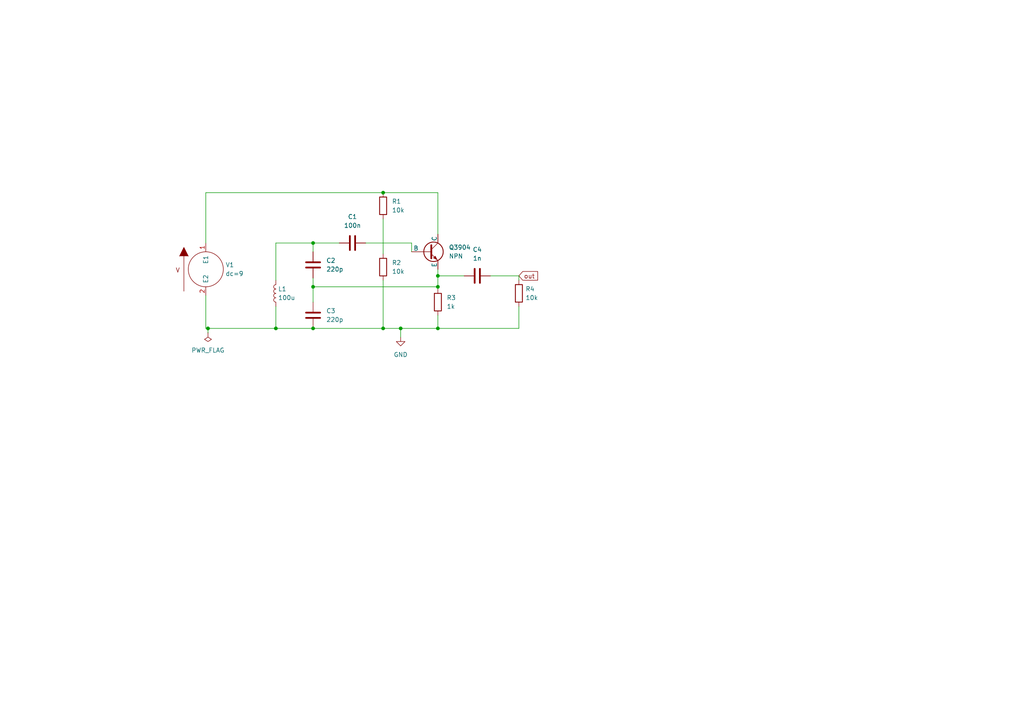
<source format=kicad_sch>
(kicad_sch (version 20230121) (generator eeschema)

  (uuid 5c56c1b3-3925-4762-9266-5a38326d044f)

  (paper "A4")

  (lib_symbols
    (symbol "Device:C" (pin_numbers hide) (pin_names (offset 0.254)) (in_bom yes) (on_board yes)
      (property "Reference" "C" (at 0.635 2.54 0)
        (effects (font (size 1.27 1.27)) (justify left))
      )
      (property "Value" "C" (at 0.635 -2.54 0)
        (effects (font (size 1.27 1.27)) (justify left))
      )
      (property "Footprint" "" (at 0.9652 -3.81 0)
        (effects (font (size 1.27 1.27)) hide)
      )
      (property "Datasheet" "~" (at 0 0 0)
        (effects (font (size 1.27 1.27)) hide)
      )
      (property "ki_keywords" "cap capacitor" (at 0 0 0)
        (effects (font (size 1.27 1.27)) hide)
      )
      (property "ki_description" "Unpolarized capacitor" (at 0 0 0)
        (effects (font (size 1.27 1.27)) hide)
      )
      (property "ki_fp_filters" "C_*" (at 0 0 0)
        (effects (font (size 1.27 1.27)) hide)
      )
      (symbol "C_0_1"
        (polyline
          (pts
            (xy -2.032 -0.762)
            (xy 2.032 -0.762)
          )
          (stroke (width 0.508) (type default))
          (fill (type none))
        )
        (polyline
          (pts
            (xy -2.032 0.762)
            (xy 2.032 0.762)
          )
          (stroke (width 0.508) (type default))
          (fill (type none))
        )
      )
      (symbol "C_1_1"
        (pin passive line (at 0 3.81 270) (length 2.794)
          (name "~" (effects (font (size 1.27 1.27))))
          (number "1" (effects (font (size 1.27 1.27))))
        )
        (pin passive line (at 0 -3.81 90) (length 2.794)
          (name "~" (effects (font (size 1.27 1.27))))
          (number "2" (effects (font (size 1.27 1.27))))
        )
      )
    )
    (symbol "Device:L" (pin_numbers hide) (pin_names (offset 1.016) hide) (in_bom yes) (on_board yes)
      (property "Reference" "L" (at -1.27 0 90)
        (effects (font (size 1.27 1.27)))
      )
      (property "Value" "L" (at 1.905 0 90)
        (effects (font (size 1.27 1.27)))
      )
      (property "Footprint" "" (at 0 0 0)
        (effects (font (size 1.27 1.27)) hide)
      )
      (property "Datasheet" "~" (at 0 0 0)
        (effects (font (size 1.27 1.27)) hide)
      )
      (property "ki_keywords" "inductor choke coil reactor magnetic" (at 0 0 0)
        (effects (font (size 1.27 1.27)) hide)
      )
      (property "ki_description" "Inductor" (at 0 0 0)
        (effects (font (size 1.27 1.27)) hide)
      )
      (property "ki_fp_filters" "Choke_* *Coil* Inductor_* L_*" (at 0 0 0)
        (effects (font (size 1.27 1.27)) hide)
      )
      (symbol "L_0_1"
        (arc (start 0 -2.54) (mid 0.6323 -1.905) (end 0 -1.27)
          (stroke (width 0) (type default))
          (fill (type none))
        )
        (arc (start 0 -1.27) (mid 0.6323 -0.635) (end 0 0)
          (stroke (width 0) (type default))
          (fill (type none))
        )
        (arc (start 0 0) (mid 0.6323 0.635) (end 0 1.27)
          (stroke (width 0) (type default))
          (fill (type none))
        )
        (arc (start 0 1.27) (mid 0.6323 1.905) (end 0 2.54)
          (stroke (width 0) (type default))
          (fill (type none))
        )
      )
      (symbol "L_1_1"
        (pin passive line (at 0 3.81 270) (length 1.27)
          (name "1" (effects (font (size 1.27 1.27))))
          (number "1" (effects (font (size 1.27 1.27))))
        )
        (pin passive line (at 0 -3.81 90) (length 1.27)
          (name "2" (effects (font (size 1.27 1.27))))
          (number "2" (effects (font (size 1.27 1.27))))
        )
      )
    )
    (symbol "Device:R" (pin_numbers hide) (pin_names (offset 0)) (in_bom yes) (on_board yes)
      (property "Reference" "R" (at 2.032 0 90)
        (effects (font (size 1.27 1.27)))
      )
      (property "Value" "R" (at 0 0 90)
        (effects (font (size 1.27 1.27)))
      )
      (property "Footprint" "" (at -1.778 0 90)
        (effects (font (size 1.27 1.27)) hide)
      )
      (property "Datasheet" "~" (at 0 0 0)
        (effects (font (size 1.27 1.27)) hide)
      )
      (property "ki_keywords" "R res resistor" (at 0 0 0)
        (effects (font (size 1.27 1.27)) hide)
      )
      (property "ki_description" "Resistor" (at 0 0 0)
        (effects (font (size 1.27 1.27)) hide)
      )
      (property "ki_fp_filters" "R_*" (at 0 0 0)
        (effects (font (size 1.27 1.27)) hide)
      )
      (symbol "R_0_1"
        (rectangle (start -1.016 -2.54) (end 1.016 2.54)
          (stroke (width 0.254) (type default))
          (fill (type none))
        )
      )
      (symbol "R_1_1"
        (pin passive line (at 0 3.81 270) (length 1.27)
          (name "~" (effects (font (size 1.27 1.27))))
          (number "1" (effects (font (size 1.27 1.27))))
        )
        (pin passive line (at 0 -3.81 90) (length 1.27)
          (name "~" (effects (font (size 1.27 1.27))))
          (number "2" (effects (font (size 1.27 1.27))))
        )
      )
    )
    (symbol "Simulation_SPICE:NPN" (pin_numbers hide) (pin_names (offset 0)) (in_bom yes) (on_board yes)
      (property "Reference" "Q" (at -2.54 7.62 0)
        (effects (font (size 1.27 1.27)))
      )
      (property "Value" "NPN" (at -2.54 5.08 0)
        (effects (font (size 1.27 1.27)))
      )
      (property "Footprint" "" (at 63.5 0 0)
        (effects (font (size 1.27 1.27)) hide)
      )
      (property "Datasheet" "~" (at 63.5 0 0)
        (effects (font (size 1.27 1.27)) hide)
      )
      (property "Sim.Device" "NPN" (at 0 0 0)
        (effects (font (size 1.27 1.27)) hide)
      )
      (property "Sim.Type" "GUMMELPOON" (at 0 0 0)
        (effects (font (size 1.27 1.27)) hide)
      )
      (property "Sim.Pins" "1=C 2=B 3=E" (at 0 0 0)
        (effects (font (size 1.27 1.27)) hide)
      )
      (property "ki_keywords" "simulation" (at 0 0 0)
        (effects (font (size 1.27 1.27)) hide)
      )
      (property "ki_description" "Bipolar transistor symbol for simulation only, substrate tied to the emitter" (at 0 0 0)
        (effects (font (size 1.27 1.27)) hide)
      )
      (symbol "NPN_0_1"
        (polyline
          (pts
            (xy -2.54 0)
            (xy 0.635 0)
          )
          (stroke (width 0.1524) (type default))
          (fill (type none))
        )
        (polyline
          (pts
            (xy 0.635 0.635)
            (xy 2.54 2.54)
          )
          (stroke (width 0) (type default))
          (fill (type none))
        )
        (polyline
          (pts
            (xy 2.794 -1.27)
            (xy 2.794 -1.27)
          )
          (stroke (width 0.1524) (type default))
          (fill (type none))
        )
        (polyline
          (pts
            (xy 2.794 -1.27)
            (xy 2.794 -1.27)
          )
          (stroke (width 0.1524) (type default))
          (fill (type none))
        )
        (polyline
          (pts
            (xy 0.635 -0.635)
            (xy 2.54 -2.54)
            (xy 2.54 -2.54)
          )
          (stroke (width 0) (type default))
          (fill (type none))
        )
        (polyline
          (pts
            (xy 0.635 1.905)
            (xy 0.635 -1.905)
            (xy 0.635 -1.905)
          )
          (stroke (width 0.508) (type default))
          (fill (type none))
        )
        (polyline
          (pts
            (xy 1.27 -1.778)
            (xy 1.778 -1.27)
            (xy 2.286 -2.286)
            (xy 1.27 -1.778)
            (xy 1.27 -1.778)
          )
          (stroke (width 0) (type default))
          (fill (type outline))
        )
        (circle (center 1.27 0) (radius 2.8194)
          (stroke (width 0.254) (type default))
          (fill (type none))
        )
      )
      (symbol "NPN_1_1"
        (pin open_collector line (at 2.54 5.08 270) (length 2.54)
          (name "C" (effects (font (size 1.27 1.27))))
          (number "1" (effects (font (size 1.27 1.27))))
        )
        (pin input line (at -5.08 0 0) (length 2.54)
          (name "B" (effects (font (size 1.27 1.27))))
          (number "2" (effects (font (size 1.27 1.27))))
        )
        (pin open_emitter line (at 2.54 -5.08 90) (length 2.54)
          (name "E" (effects (font (size 1.27 1.27))))
          (number "3" (effects (font (size 1.27 1.27))))
        )
      )
    )
    (symbol "power:GND" (power) (pin_names (offset 0)) (in_bom yes) (on_board yes)
      (property "Reference" "#PWR" (at 0 -6.35 0)
        (effects (font (size 1.27 1.27)) hide)
      )
      (property "Value" "GND" (at 0 -3.81 0)
        (effects (font (size 1.27 1.27)))
      )
      (property "Footprint" "" (at 0 0 0)
        (effects (font (size 1.27 1.27)) hide)
      )
      (property "Datasheet" "" (at 0 0 0)
        (effects (font (size 1.27 1.27)) hide)
      )
      (property "ki_keywords" "global power" (at 0 0 0)
        (effects (font (size 1.27 1.27)) hide)
      )
      (property "ki_description" "Power symbol creates a global label with name \"GND\" , ground" (at 0 0 0)
        (effects (font (size 1.27 1.27)) hide)
      )
      (symbol "GND_0_1"
        (polyline
          (pts
            (xy 0 0)
            (xy 0 -1.27)
            (xy 1.27 -1.27)
            (xy 0 -2.54)
            (xy -1.27 -1.27)
            (xy 0 -1.27)
          )
          (stroke (width 0) (type default))
          (fill (type none))
        )
      )
      (symbol "GND_1_1"
        (pin power_in line (at 0 0 270) (length 0) hide
          (name "GND" (effects (font (size 1.27 1.27))))
          (number "1" (effects (font (size 1.27 1.27))))
        )
      )
    )
    (symbol "power:PWR_FLAG" (power) (pin_numbers hide) (pin_names (offset 0) hide) (in_bom yes) (on_board yes)
      (property "Reference" "#FLG" (at 0 1.905 0)
        (effects (font (size 1.27 1.27)) hide)
      )
      (property "Value" "PWR_FLAG" (at 0 3.81 0)
        (effects (font (size 1.27 1.27)))
      )
      (property "Footprint" "" (at 0 0 0)
        (effects (font (size 1.27 1.27)) hide)
      )
      (property "Datasheet" "~" (at 0 0 0)
        (effects (font (size 1.27 1.27)) hide)
      )
      (property "ki_keywords" "flag power" (at 0 0 0)
        (effects (font (size 1.27 1.27)) hide)
      )
      (property "ki_description" "Special symbol for telling ERC where power comes from" (at 0 0 0)
        (effects (font (size 1.27 1.27)) hide)
      )
      (symbol "PWR_FLAG_0_0"
        (pin power_out line (at 0 0 90) (length 0)
          (name "pwr" (effects (font (size 1.27 1.27))))
          (number "1" (effects (font (size 1.27 1.27))))
        )
      )
      (symbol "PWR_FLAG_0_1"
        (polyline
          (pts
            (xy 0 0)
            (xy 0 1.27)
            (xy -1.016 1.905)
            (xy 0 2.54)
            (xy 1.016 1.905)
            (xy 0 1.27)
          )
          (stroke (width 0) (type default))
          (fill (type none))
        )
      )
    )
    (symbol "pspice:VSOURCE" (pin_names (offset 1.016)) (in_bom yes) (on_board yes)
      (property "Reference" "V" (at -6.35 7.62 0)
        (effects (font (size 1.27 1.27)))
      )
      (property "Value" "VSOURCE" (at 0 0 0)
        (effects (font (size 1.27 1.27)))
      )
      (property "Footprint" "" (at 0 0 0)
        (effects (font (size 1.27 1.27)) hide)
      )
      (property "Datasheet" "~" (at 0 0 0)
        (effects (font (size 1.27 1.27)) hide)
      )
      (property "ki_keywords" "simulation" (at 0 0 0)
        (effects (font (size 1.27 1.27)) hide)
      )
      (property "ki_description" "Voltage source symbol for simulation only" (at 0 0 0)
        (effects (font (size 1.27 1.27)) hide)
      )
      (symbol "VSOURCE_0_1"
        (polyline
          (pts
            (xy -6.35 -6.35)
            (xy -6.35 3.81)
          )
          (stroke (width 0) (type default))
          (fill (type outline))
        )
        (polyline
          (pts
            (xy -7.62 3.81)
            (xy -6.35 6.35)
            (xy -5.08 3.81)
          )
          (stroke (width 0) (type default))
          (fill (type outline))
        )
        (circle (center 0 0) (radius 5.08)
          (stroke (width 0) (type default))
          (fill (type none))
        )
        (text "V" (at -8.128 -0.254 0)
          (effects (font (size 1.27 1.27)))
        )
      )
      (symbol "VSOURCE_1_1"
        (pin input line (at 0 7.62 270) (length 2.54)
          (name "E1" (effects (font (size 1.27 1.27))))
          (number "1" (effects (font (size 1.27 1.27))))
        )
        (pin input line (at 0 -7.62 90) (length 2.54)
          (name "E2" (effects (font (size 1.27 1.27))))
          (number "2" (effects (font (size 1.27 1.27))))
        )
      )
    )
  )

  (junction (at 116.205 95.25) (diameter 0) (color 0 0 0 0)
    (uuid 17519147-8e8b-4afc-a9e8-14f8a691f398)
  )
  (junction (at 127 80.01) (diameter 0) (color 0 0 0 0)
    (uuid 4098a1b2-1ed0-4371-8c08-61df7af0a5a1)
  )
  (junction (at 60.325 95.25) (diameter 0) (color 0 0 0 0)
    (uuid 45a340e9-cc20-4ef9-8da9-53ba079212aa)
  )
  (junction (at 80.01 95.25) (diameter 0) (color 0 0 0 0)
    (uuid 5c0dafcb-f56b-4cd0-b863-390efd5f7d33)
  )
  (junction (at 90.805 83.185) (diameter 0) (color 0 0 0 0)
    (uuid 6207e687-8647-42cb-a11f-d5fc5fb21591)
  )
  (junction (at 111.125 55.88) (diameter 0) (color 0 0 0 0)
    (uuid 76d792a7-14ca-46b3-8e72-b5fec6f98fbb)
  )
  (junction (at 127 95.25) (diameter 0) (color 0 0 0 0)
    (uuid 8a89dfa0-4192-450b-baba-0fbff4686192)
  )
  (junction (at 127 83.185) (diameter 0) (color 0 0 0 0)
    (uuid 9969197d-cf46-456b-b222-f3d15c67cbff)
  )
  (junction (at 90.805 95.25) (diameter 0) (color 0 0 0 0)
    (uuid b572a561-1152-46d9-a475-7ff397139738)
  )
  (junction (at 111.125 95.25) (diameter 0) (color 0 0 0 0)
    (uuid dce253a2-8730-4597-b5f8-79ab2a62e2d5)
  )
  (junction (at 90.805 70.485) (diameter 0) (color 0 0 0 0)
    (uuid f49c69b6-c4bb-44dd-aa91-a0af03862e3e)
  )

  (wire (pts (xy 90.805 70.485) (xy 90.805 73.025))
    (stroke (width 0) (type default))
    (uuid 083ced0f-648f-4bf3-803a-acd5eb6296d3)
  )
  (wire (pts (xy 127 80.01) (xy 127 83.185))
    (stroke (width 0) (type default))
    (uuid 084b4fa6-7da8-44c7-be85-6523192814cb)
  )
  (wire (pts (xy 116.205 95.25) (xy 127 95.25))
    (stroke (width 0) (type default))
    (uuid 15f7b10d-16c2-4fc5-8ceb-70a1a55b4733)
  )
  (wire (pts (xy 98.425 70.485) (xy 90.805 70.485))
    (stroke (width 0) (type default))
    (uuid 1ff6e6e8-f25a-41e7-8d39-2ab536631043)
  )
  (wire (pts (xy 127 55.88) (xy 111.125 55.88))
    (stroke (width 0) (type default))
    (uuid 2232e9b9-7062-4e87-a753-42ece4a55697)
  )
  (wire (pts (xy 59.69 55.88) (xy 111.125 55.88))
    (stroke (width 0) (type default))
    (uuid 248cf2a9-087a-4ff4-b470-28a6cc1e573f)
  )
  (wire (pts (xy 150.495 88.9) (xy 150.495 95.25))
    (stroke (width 0) (type default))
    (uuid 3511a68e-5064-47f0-98e4-6130289034af)
  )
  (wire (pts (xy 90.805 83.185) (xy 127 83.185))
    (stroke (width 0) (type default))
    (uuid 365e2cea-764a-4387-a0ac-af7df26b3b57)
  )
  (wire (pts (xy 111.125 63.5) (xy 111.125 73.66))
    (stroke (width 0) (type default))
    (uuid 37be4abd-e5f6-4766-9a79-dc03cbf2b2b7)
  )
  (wire (pts (xy 127 91.44) (xy 127 95.25))
    (stroke (width 0) (type default))
    (uuid 3ca33699-9bd7-43c3-893c-f8066e7a3271)
  )
  (wire (pts (xy 59.69 95.25) (xy 60.325 95.25))
    (stroke (width 0) (type default))
    (uuid 3fa8637b-7fb0-45c2-ba1c-f6426aa65274)
  )
  (wire (pts (xy 90.805 83.185) (xy 90.805 87.63))
    (stroke (width 0) (type default))
    (uuid 46c233a3-5a0f-41a6-bf55-cf4bc320119c)
  )
  (wire (pts (xy 127 83.185) (xy 127 83.82))
    (stroke (width 0) (type default))
    (uuid 486d6427-03f6-4694-9366-d8e46b0e481b)
  )
  (wire (pts (xy 60.325 95.25) (xy 80.01 95.25))
    (stroke (width 0) (type default))
    (uuid 4a5eb3f5-c996-4da3-bdb9-a26c7b461c72)
  )
  (wire (pts (xy 80.01 95.25) (xy 90.805 95.25))
    (stroke (width 0) (type default))
    (uuid 55942aa5-af10-4262-828a-0872715aa644)
  )
  (wire (pts (xy 106.045 70.485) (xy 119.38 70.485))
    (stroke (width 0) (type default))
    (uuid 57b02ead-3072-46e7-8bc9-1800c1da0ada)
  )
  (wire (pts (xy 127 78.105) (xy 127 80.01))
    (stroke (width 0) (type default))
    (uuid 5f284dd9-d719-4c73-beab-e2e6840a54cf)
  )
  (wire (pts (xy 127 67.945) (xy 127 55.88))
    (stroke (width 0) (type default))
    (uuid 73ce1963-e441-42bc-b460-ed493665ff06)
  )
  (wire (pts (xy 150.495 80.01) (xy 150.495 81.28))
    (stroke (width 0) (type default))
    (uuid 884c3d1f-a9b7-43e2-9c39-a39ce89b2376)
  )
  (wire (pts (xy 111.125 81.28) (xy 111.125 95.25))
    (stroke (width 0) (type default))
    (uuid 8dd0d5ec-aaa1-46f0-ba39-597d91401b20)
  )
  (wire (pts (xy 142.24 80.01) (xy 150.495 80.01))
    (stroke (width 0) (type default))
    (uuid a01654a8-111e-4fd4-b18a-d3a11370b2b3)
  )
  (wire (pts (xy 90.805 70.485) (xy 80.01 70.485))
    (stroke (width 0) (type default))
    (uuid a13bfa4e-264d-46b0-8619-55ca27f52c29)
  )
  (wire (pts (xy 119.38 70.485) (xy 119.38 73.025))
    (stroke (width 0) (type default))
    (uuid a57204a2-9462-4ac7-b0b6-e6a3552b7dd7)
  )
  (wire (pts (xy 80.01 70.485) (xy 80.01 81.28))
    (stroke (width 0) (type default))
    (uuid a6ae61c2-5990-4e93-a1ae-3868b546322f)
  )
  (wire (pts (xy 59.69 85.725) (xy 59.69 95.25))
    (stroke (width 0) (type default))
    (uuid a9f0b23c-f707-432b-8fa9-75032608e87a)
  )
  (wire (pts (xy 80.01 88.9) (xy 80.01 95.25))
    (stroke (width 0) (type default))
    (uuid ab9faa59-c223-4368-9986-1a8e30b8a1d2)
  )
  (wire (pts (xy 60.325 95.25) (xy 60.325 96.52))
    (stroke (width 0) (type default))
    (uuid bc99872b-5461-47b8-b783-ea62fe51ba9c)
  )
  (wire (pts (xy 59.69 70.485) (xy 59.69 55.88))
    (stroke (width 0) (type default))
    (uuid d184814f-2f51-425a-9fc0-455fd687b7cc)
  )
  (wire (pts (xy 111.125 95.25) (xy 116.205 95.25))
    (stroke (width 0) (type default))
    (uuid d881a431-8091-4ea3-9dac-f33231151b86)
  )
  (wire (pts (xy 90.805 80.645) (xy 90.805 83.185))
    (stroke (width 0) (type default))
    (uuid e3edd538-e11a-489b-9416-5a3a646a2d9a)
  )
  (wire (pts (xy 116.205 95.25) (xy 116.205 97.79))
    (stroke (width 0) (type default))
    (uuid e441feea-9230-42c0-9af3-4ceb86c13325)
  )
  (wire (pts (xy 111.125 95.25) (xy 90.805 95.25))
    (stroke (width 0) (type default))
    (uuid ec99abde-669b-41cc-85a3-47cd8fea40f9)
  )
  (wire (pts (xy 127 95.25) (xy 150.495 95.25))
    (stroke (width 0) (type default))
    (uuid f90e3464-4606-4b36-a459-78c8f3861d17)
  )
  (wire (pts (xy 127 80.01) (xy 134.62 80.01))
    (stroke (width 0) (type default))
    (uuid feb1687d-254a-42e2-a471-7c75d7aebe0d)
  )

  (global_label "out" (shape input) (at 150.495 80.01 0) (fields_autoplaced)
    (effects (font (size 1.27 1.27)) (justify left))
    (uuid 5d6e5edf-f335-419f-bf8e-1f8982c27862)
    (property "Intersheetrefs" "${INTERSHEET_REFS}" (at 156.4245 80.01 0)
      (effects (font (size 1.27 1.27)) (justify left) hide)
    )
  )

  (symbol (lib_id "Device:C") (at 90.805 91.44 0) (unit 1)
    (in_bom yes) (on_board yes) (dnp no) (fields_autoplaced)
    (uuid 06ad18f3-1d75-4bcd-8e2a-d463d411345f)
    (property "Reference" "C3" (at 94.615 90.17 0)
      (effects (font (size 1.27 1.27)) (justify left))
    )
    (property "Value" "220p" (at 94.615 92.71 0)
      (effects (font (size 1.27 1.27)) (justify left))
    )
    (property "Footprint" "" (at 91.7702 95.25 0)
      (effects (font (size 1.27 1.27)) hide)
    )
    (property "Datasheet" "~" (at 90.805 91.44 0)
      (effects (font (size 1.27 1.27)) hide)
    )
    (pin "1" (uuid a9115bb9-3b53-439b-bd5b-4be1e9f7c6d3))
    (pin "2" (uuid f11e7c3c-542a-4387-be57-a384cf6e7fab))
    (instances
      (project "simulacion TX"
        (path "/5c56c1b3-3925-4762-9266-5a38326d044f"
          (reference "C3") (unit 1)
        )
      )
    )
  )

  (symbol (lib_id "Device:C") (at 90.805 76.835 0) (unit 1)
    (in_bom yes) (on_board yes) (dnp no) (fields_autoplaced)
    (uuid 0dbb6c57-cd36-4b65-8cf0-546dd4b1bde9)
    (property "Reference" "C2" (at 94.615 75.565 0)
      (effects (font (size 1.27 1.27)) (justify left))
    )
    (property "Value" "220p" (at 94.615 78.105 0)
      (effects (font (size 1.27 1.27)) (justify left))
    )
    (property "Footprint" "" (at 91.7702 80.645 0)
      (effects (font (size 1.27 1.27)) hide)
    )
    (property "Datasheet" "~" (at 90.805 76.835 0)
      (effects (font (size 1.27 1.27)) hide)
    )
    (pin "1" (uuid a87cd90f-a8e3-4856-9507-619215651043))
    (pin "2" (uuid 1cdab210-8118-444a-90cc-21d08c3e5d5e))
    (instances
      (project "simulacion TX"
        (path "/5c56c1b3-3925-4762-9266-5a38326d044f"
          (reference "C2") (unit 1)
        )
      )
    )
  )

  (symbol (lib_id "Device:R") (at 127 87.63 0) (unit 1)
    (in_bom yes) (on_board yes) (dnp no) (fields_autoplaced)
    (uuid 1895fc5f-2e68-4f74-a2cc-39b8e3eefecf)
    (property "Reference" "R3" (at 129.54 86.36 0)
      (effects (font (size 1.27 1.27)) (justify left))
    )
    (property "Value" "1k" (at 129.54 88.9 0)
      (effects (font (size 1.27 1.27)) (justify left))
    )
    (property "Footprint" "" (at 125.222 87.63 90)
      (effects (font (size 1.27 1.27)) hide)
    )
    (property "Datasheet" "~" (at 127 87.63 0)
      (effects (font (size 1.27 1.27)) hide)
    )
    (pin "1" (uuid 68e105e6-34c0-484d-a1b4-c5577e6046fc))
    (pin "2" (uuid c324c294-a77b-4948-8c63-f4307a8f5dc6))
    (instances
      (project "simulacion TX"
        (path "/5c56c1b3-3925-4762-9266-5a38326d044f"
          (reference "R3") (unit 1)
        )
      )
    )
  )

  (symbol (lib_id "Device:C") (at 138.43 80.01 90) (unit 1)
    (in_bom yes) (on_board yes) (dnp no) (fields_autoplaced)
    (uuid 19e01aa3-e614-4a1d-9125-383bf00a8f13)
    (property "Reference" "C4" (at 138.43 72.39 90)
      (effects (font (size 1.27 1.27)))
    )
    (property "Value" "1n" (at 138.43 74.93 90)
      (effects (font (size 1.27 1.27)))
    )
    (property "Footprint" "" (at 142.24 79.0448 0)
      (effects (font (size 1.27 1.27)) hide)
    )
    (property "Datasheet" "~" (at 138.43 80.01 0)
      (effects (font (size 1.27 1.27)) hide)
    )
    (pin "1" (uuid 0bcaa3c6-42e4-4058-8234-058e474fad6b))
    (pin "2" (uuid 909165d6-8212-4408-a479-f3138d6fd39c))
    (instances
      (project "simulacion TX"
        (path "/5c56c1b3-3925-4762-9266-5a38326d044f"
          (reference "C4") (unit 1)
        )
      )
    )
  )

  (symbol (lib_id "Device:R") (at 150.495 85.09 0) (unit 1)
    (in_bom yes) (on_board yes) (dnp no) (fields_autoplaced)
    (uuid 201cd651-3006-45f6-b492-f45e645a5ef2)
    (property "Reference" "R4" (at 152.4 83.82 0)
      (effects (font (size 1.27 1.27)) (justify left))
    )
    (property "Value" "10k" (at 152.4 86.36 0)
      (effects (font (size 1.27 1.27)) (justify left))
    )
    (property "Footprint" "" (at 148.717 85.09 90)
      (effects (font (size 1.27 1.27)) hide)
    )
    (property "Datasheet" "~" (at 150.495 85.09 0)
      (effects (font (size 1.27 1.27)) hide)
    )
    (pin "1" (uuid 9dad0c1d-882a-42c6-a3f1-1936f958aa6d))
    (pin "2" (uuid 7c15ec41-5c65-4d42-a2ff-3493b858cfcd))
    (instances
      (project "simulacion TX"
        (path "/5c56c1b3-3925-4762-9266-5a38326d044f"
          (reference "R4") (unit 1)
        )
      )
    )
  )

  (symbol (lib_id "Device:R") (at 111.125 77.47 0) (unit 1)
    (in_bom yes) (on_board yes) (dnp no) (fields_autoplaced)
    (uuid 315e004d-834e-417b-b22a-927b3dbd6791)
    (property "Reference" "R2" (at 113.665 76.2 0)
      (effects (font (size 1.27 1.27)) (justify left))
    )
    (property "Value" "10k" (at 113.665 78.74 0)
      (effects (font (size 1.27 1.27)) (justify left))
    )
    (property "Footprint" "" (at 109.347 77.47 90)
      (effects (font (size 1.27 1.27)) hide)
    )
    (property "Datasheet" "~" (at 111.125 77.47 0)
      (effects (font (size 1.27 1.27)) hide)
    )
    (pin "1" (uuid f3e90b30-9a83-42f0-a7b7-2de87881bc5a))
    (pin "2" (uuid 4687ddb1-0cad-4b34-9d0c-cbf0a820eb5b))
    (instances
      (project "simulacion TX"
        (path "/5c56c1b3-3925-4762-9266-5a38326d044f"
          (reference "R2") (unit 1)
        )
      )
    )
  )

  (symbol (lib_id "Simulation_SPICE:NPN") (at 124.46 73.025 0) (unit 1)
    (in_bom yes) (on_board yes) (dnp no) (fields_autoplaced)
    (uuid 431a6e40-c2e8-48aa-8a61-b83c350cd899)
    (property "Reference" "Q3904" (at 130.175 71.755 0)
      (effects (font (size 1.27 1.27)) (justify left))
    )
    (property "Value" "NPN" (at 130.175 74.295 0)
      (effects (font (size 1.27 1.27)) (justify left))
    )
    (property "Footprint" "" (at 187.96 73.025 0)
      (effects (font (size 1.27 1.27)) hide)
    )
    (property "Datasheet" "~" (at 187.96 73.025 0)
      (effects (font (size 1.27 1.27)) hide)
    )
    (property "Sim.Device" "NPN" (at 124.46 73.025 0)
      (effects (font (size 1.27 1.27)) hide)
    )
    (property "Sim.Type" "GUMMELPOON" (at 124.46 73.025 0)
      (effects (font (size 1.27 1.27)) hide)
    )
    (property "Sim.Pins" "1=C 2=B 3=E" (at 124.46 73.025 0)
      (effects (font (size 1.27 1.27)) hide)
    )
    (property "Sim.Library" "C:\\Users\\pc\\Desktop\\libreria kicad Spice\\KiCad-Spice-Library-master\\Models\\Transistor\\BJT\\BJTN.LIB" (at 124.46 73.025 0)
      (effects (font (size 1.27 1.27)) hide)
    )
    (property "Sim.Name" "QN3904" (at 124.46 73.025 0)
      (effects (font (size 1.27 1.27)) hide)
    )
    (property "Sim.Params" "is=14000a ise=300000a" (at 124.46 73.025 0)
      (effects (font (size 1.27 1.27)) hide)
    )
    (pin "1" (uuid 9b8735aa-b5da-4782-b8d7-39c4f1f16d03))
    (pin "2" (uuid 212a393f-e4d6-42d5-a332-5b81376519c9))
    (pin "3" (uuid 4a70c1b0-2947-455d-9b00-c896bbba884d))
    (instances
      (project "simulacion TX"
        (path "/5c56c1b3-3925-4762-9266-5a38326d044f"
          (reference "Q3904") (unit 1)
        )
      )
    )
  )

  (symbol (lib_id "Device:C") (at 102.235 70.485 90) (unit 1)
    (in_bom yes) (on_board yes) (dnp no) (fields_autoplaced)
    (uuid 5958f5a0-0d53-4258-8efc-91183986a3d8)
    (property "Reference" "C1" (at 102.235 62.865 90)
      (effects (font (size 1.27 1.27)))
    )
    (property "Value" "100n" (at 102.235 65.405 90)
      (effects (font (size 1.27 1.27)))
    )
    (property "Footprint" "" (at 106.045 69.5198 0)
      (effects (font (size 1.27 1.27)) hide)
    )
    (property "Datasheet" "~" (at 102.235 70.485 0)
      (effects (font (size 1.27 1.27)) hide)
    )
    (pin "1" (uuid da5cbc99-078f-4cb6-b179-71be7f5be182))
    (pin "2" (uuid 96738165-1c7c-4d8a-87f0-bb336627ce51))
    (instances
      (project "simulacion TX"
        (path "/5c56c1b3-3925-4762-9266-5a38326d044f"
          (reference "C1") (unit 1)
        )
      )
    )
  )

  (symbol (lib_id "Device:R") (at 111.125 59.69 0) (unit 1)
    (in_bom yes) (on_board yes) (dnp no) (fields_autoplaced)
    (uuid 7386cc92-ac90-4bb7-95a0-e1baf75e47a1)
    (property "Reference" "R1" (at 113.665 58.42 0)
      (effects (font (size 1.27 1.27)) (justify left))
    )
    (property "Value" "10k" (at 113.665 60.96 0)
      (effects (font (size 1.27 1.27)) (justify left))
    )
    (property "Footprint" "" (at 109.347 59.69 90)
      (effects (font (size 1.27 1.27)) hide)
    )
    (property "Datasheet" "~" (at 111.125 59.69 0)
      (effects (font (size 1.27 1.27)) hide)
    )
    (pin "1" (uuid 904984b3-16e0-4e5a-80f4-360c4297d603))
    (pin "2" (uuid 52994d5c-c85b-4976-aa0e-7b7b284cd4fa))
    (instances
      (project "simulacion TX"
        (path "/5c56c1b3-3925-4762-9266-5a38326d044f"
          (reference "R1") (unit 1)
        )
      )
    )
  )

  (symbol (lib_id "power:PWR_FLAG") (at 60.325 96.52 180) (unit 1)
    (in_bom yes) (on_board yes) (dnp no) (fields_autoplaced)
    (uuid 7f0e93cb-6d22-4dc3-98cd-380591bf6a9c)
    (property "Reference" "#FLG01" (at 60.325 98.425 0)
      (effects (font (size 1.27 1.27)) hide)
    )
    (property "Value" "PWR_FLAG" (at 60.325 101.6 0)
      (effects (font (size 1.27 1.27)))
    )
    (property "Footprint" "" (at 60.325 96.52 0)
      (effects (font (size 1.27 1.27)) hide)
    )
    (property "Datasheet" "~" (at 60.325 96.52 0)
      (effects (font (size 1.27 1.27)) hide)
    )
    (pin "1" (uuid c11d0d21-20c4-415c-80ee-d48fd8f38369))
    (instances
      (project "simulacion TX"
        (path "/5c56c1b3-3925-4762-9266-5a38326d044f"
          (reference "#FLG01") (unit 1)
        )
      )
    )
  )

  (symbol (lib_id "pspice:VSOURCE") (at 59.69 78.105 0) (unit 1)
    (in_bom yes) (on_board yes) (dnp no) (fields_autoplaced)
    (uuid 89ef3baa-5ea6-4b6d-acd3-3e4ef3d33e41)
    (property "Reference" "V1" (at 65.405 76.835 0)
      (effects (font (size 1.27 1.27)) (justify left))
    )
    (property "Value" "${SIM.PARAMS}" (at 65.405 79.375 0)
      (effects (font (size 1.27 1.27)) (justify left))
    )
    (property "Footprint" "" (at 59.69 78.105 0)
      (effects (font (size 1.27 1.27)) hide)
    )
    (property "Datasheet" "~" (at 59.69 78.105 0)
      (effects (font (size 1.27 1.27)) hide)
    )
    (property "Sim.Device" "V" (at 59.69 78.105 0)
      (effects (font (size 1.27 1.27)) hide)
    )
    (property "Sim.Type" "DC" (at 59.69 78.105 0)
      (effects (font (size 1.27 1.27)) hide)
    )
    (property "Sim.Params" "dc=9" (at 59.69 78.105 0)
      (effects (font (size 1.27 1.27)) hide)
    )
    (property "Sim.Pins" "1=+ 2=-" (at 59.69 78.105 0)
      (effects (font (size 1.27 1.27)) hide)
    )
    (pin "1" (uuid 8466806e-bb9c-41d8-bd85-da39e742dd8c))
    (pin "2" (uuid 89ff3d23-f61b-4b1b-918b-be4ab345624a))
    (instances
      (project "simulacion TX"
        (path "/5c56c1b3-3925-4762-9266-5a38326d044f"
          (reference "V1") (unit 1)
        )
      )
    )
  )

  (symbol (lib_id "power:GND") (at 116.205 97.79 0) (unit 1)
    (in_bom yes) (on_board yes) (dnp no) (fields_autoplaced)
    (uuid 927dd052-a575-4906-af8c-d48b09d70e6a)
    (property "Reference" "#PWR01" (at 116.205 104.14 0)
      (effects (font (size 1.27 1.27)) hide)
    )
    (property "Value" "GND" (at 116.205 102.87 0)
      (effects (font (size 1.27 1.27)))
    )
    (property "Footprint" "" (at 116.205 97.79 0)
      (effects (font (size 1.27 1.27)) hide)
    )
    (property "Datasheet" "" (at 116.205 97.79 0)
      (effects (font (size 1.27 1.27)) hide)
    )
    (pin "1" (uuid 78424ea9-22f3-458d-ad33-9b71822b347b))
    (instances
      (project "simulacion TX"
        (path "/5c56c1b3-3925-4762-9266-5a38326d044f"
          (reference "#PWR01") (unit 1)
        )
      )
    )
  )

  (symbol (lib_id "Device:L") (at 80.01 85.09 180) (unit 1)
    (in_bom yes) (on_board yes) (dnp no) (fields_autoplaced)
    (uuid bc9fe852-c618-4c1b-916f-c76e72097ca3)
    (property "Reference" "L1" (at 80.645 83.82 0)
      (effects (font (size 1.27 1.27)) (justify right))
    )
    (property "Value" "100u" (at 80.645 86.36 0)
      (effects (font (size 1.27 1.27)) (justify right))
    )
    (property "Footprint" "" (at 80.01 85.09 0)
      (effects (font (size 1.27 1.27)) hide)
    )
    (property "Datasheet" "~" (at 80.01 85.09 0)
      (effects (font (size 1.27 1.27)) hide)
    )
    (pin "1" (uuid 2cad53dc-7c7a-40c9-b691-f6b22f51367e))
    (pin "2" (uuid eb5d37b2-51cf-435c-83fc-c5362cde06d9))
    (instances
      (project "simulacion TX"
        (path "/5c56c1b3-3925-4762-9266-5a38326d044f"
          (reference "L1") (unit 1)
        )
      )
    )
  )

  (sheet_instances
    (path "/" (page "1"))
  )
)

</source>
